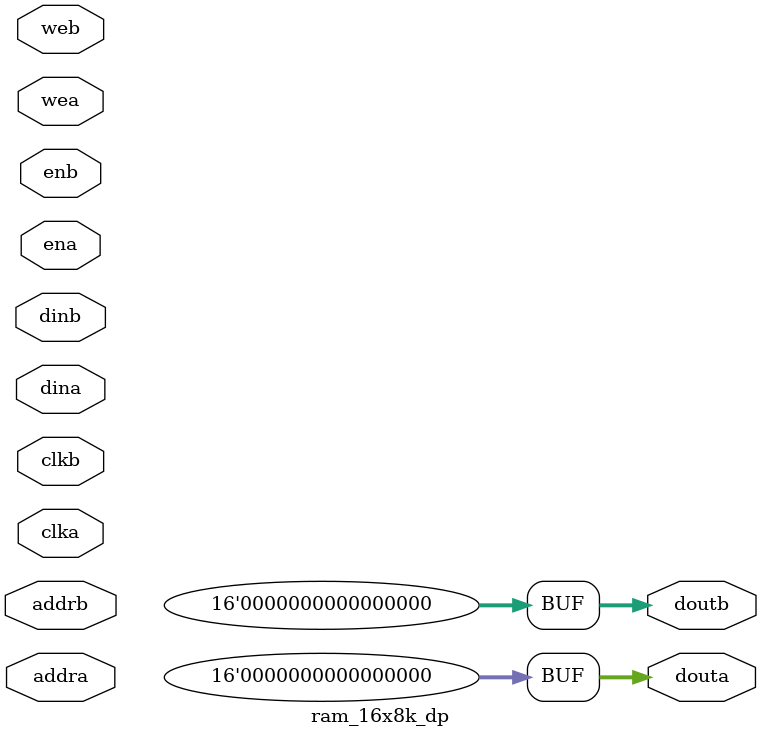
<source format=v>
module ram_16x8k_dp(	// file.cleaned.mlir:2:3
  input         clka,	// file.cleaned.mlir:2:30
                ena,	// file.cleaned.mlir:2:45
  input  [1:0]  wea,	// file.cleaned.mlir:2:59
  input  [12:0] addra,	// file.cleaned.mlir:2:73
  input  [15:0] dina,	// file.cleaned.mlir:2:90
  input         clkb,	// file.cleaned.mlir:2:106
                enb,	// file.cleaned.mlir:2:121
  input  [1:0]  web,	// file.cleaned.mlir:2:135
  input  [12:0] addrb,	// file.cleaned.mlir:2:149
  input  [15:0] dinb,	// file.cleaned.mlir:2:166
  output [15:0] douta,	// file.cleaned.mlir:2:183
                doutb	// file.cleaned.mlir:2:200
);

  assign douta = 16'h0;	// file.cleaned.mlir:3:15, :4:5
  assign doutb = 16'h0;	// file.cleaned.mlir:3:15, :4:5
endmodule


</source>
